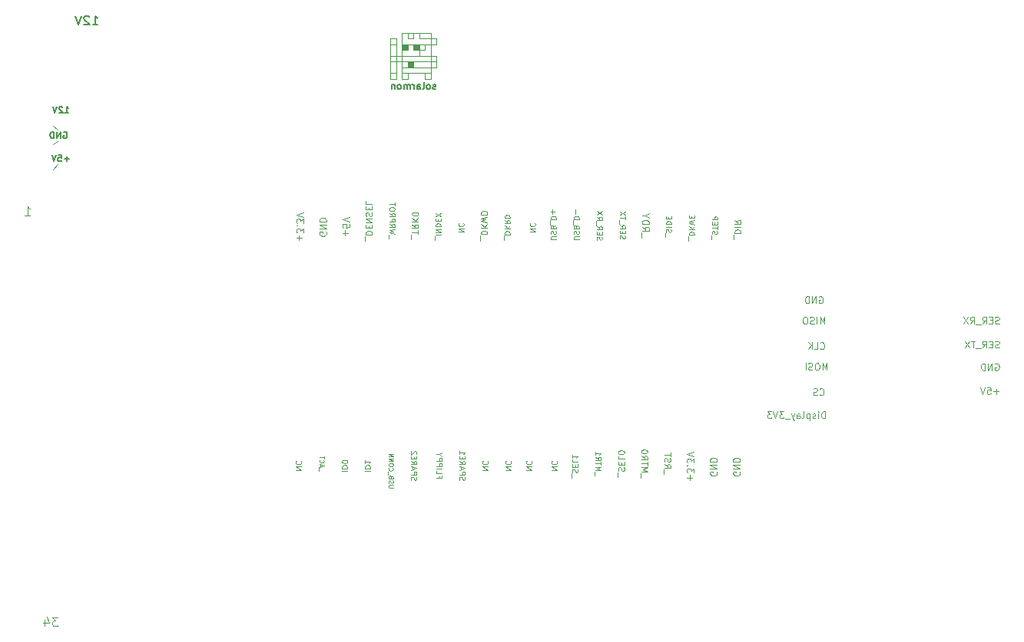
<source format=gbr>
G04 #@! TF.GenerationSoftware,KiCad,Pcbnew,(5.1.9)-1*
G04 #@! TF.CreationDate,2021-06-02T08:08:49+01:00*
G04 #@! TF.ProjectId,Greaseweazle F1 Plus Gotek,47726561-7365-4776-9561-7a6c65204631,1*
G04 #@! TF.SameCoordinates,PX6312cb0PY6bcb370*
G04 #@! TF.FileFunction,Legend,Bot*
G04 #@! TF.FilePolarity,Positive*
%FSLAX46Y46*%
G04 Gerber Fmt 4.6, Leading zero omitted, Abs format (unit mm)*
G04 Created by KiCad (PCBNEW (5.1.9)-1) date 2021-06-02 08:08:49*
%MOMM*%
%LPD*%
G01*
G04 APERTURE LIST*
%ADD10C,0.120000*%
%ADD11C,0.125000*%
%ADD12C,0.150000*%
%ADD13C,0.100000*%
G04 APERTURE END LIST*
D10*
X-2794000Y50927000D02*
X-3302000Y50546000D01*
X-2794000Y52197000D02*
X-3302000Y52578000D01*
X-2794000Y48387000D02*
X-3302000Y47752000D01*
D11*
X-2746477Y-1611380D02*
X-3365524Y-1611380D01*
X-3032191Y-1992333D01*
X-3175048Y-1992333D01*
X-3270286Y-2039952D01*
X-3317905Y-2087571D01*
X-3365524Y-2182809D01*
X-3365524Y-2420904D01*
X-3317905Y-2516142D01*
X-3270286Y-2563761D01*
X-3175048Y-2611380D01*
X-2889334Y-2611380D01*
X-2794096Y-2563761D01*
X-2746477Y-2516142D01*
X-4222667Y-1944714D02*
X-4222667Y-2611380D01*
X-3984572Y-1563761D02*
X-3746477Y-2278047D01*
X-4365524Y-2278047D01*
X-6381715Y42727620D02*
X-5810286Y42727620D01*
X-6096000Y42727620D02*
X-6096000Y43727620D01*
X-6000762Y43584762D01*
X-5905524Y43489524D01*
X-5810286Y43441905D01*
X81799114Y20336315D02*
X81799114Y21086315D01*
X81620542Y21086315D01*
X81513400Y21050600D01*
X81441971Y20979172D01*
X81406257Y20907743D01*
X81370542Y20764886D01*
X81370542Y20657743D01*
X81406257Y20514886D01*
X81441971Y20443458D01*
X81513400Y20372029D01*
X81620542Y20336315D01*
X81799114Y20336315D01*
X81049114Y20336315D02*
X81049114Y20836315D01*
X81049114Y21086315D02*
X81084828Y21050600D01*
X81049114Y21014886D01*
X81013400Y21050600D01*
X81049114Y21086315D01*
X81049114Y21014886D01*
X80727685Y20372029D02*
X80656257Y20336315D01*
X80513400Y20336315D01*
X80441971Y20372029D01*
X80406257Y20443458D01*
X80406257Y20479172D01*
X80441971Y20550600D01*
X80513400Y20586315D01*
X80620542Y20586315D01*
X80691971Y20622029D01*
X80727685Y20693458D01*
X80727685Y20729172D01*
X80691971Y20800600D01*
X80620542Y20836315D01*
X80513400Y20836315D01*
X80441971Y20800600D01*
X80084828Y20836315D02*
X80084828Y20086315D01*
X80084828Y20800600D02*
X80013400Y20836315D01*
X79870542Y20836315D01*
X79799114Y20800600D01*
X79763400Y20764886D01*
X79727685Y20693458D01*
X79727685Y20479172D01*
X79763400Y20407743D01*
X79799114Y20372029D01*
X79870542Y20336315D01*
X80013400Y20336315D01*
X80084828Y20372029D01*
X79299114Y20336315D02*
X79370542Y20372029D01*
X79406257Y20443458D01*
X79406257Y21086315D01*
X78691971Y20336315D02*
X78691971Y20729172D01*
X78727685Y20800600D01*
X78799114Y20836315D01*
X78941971Y20836315D01*
X79013400Y20800600D01*
X78691971Y20372029D02*
X78763400Y20336315D01*
X78941971Y20336315D01*
X79013400Y20372029D01*
X79049114Y20443458D01*
X79049114Y20514886D01*
X79013400Y20586315D01*
X78941971Y20622029D01*
X78763400Y20622029D01*
X78691971Y20657743D01*
X78406257Y20836315D02*
X78227685Y20336315D01*
X78049114Y20836315D02*
X78227685Y20336315D01*
X78299114Y20157743D01*
X78334828Y20122029D01*
X78406257Y20086315D01*
X77941971Y20264886D02*
X77370542Y20264886D01*
X77263400Y21086315D02*
X76799114Y21086315D01*
X77049114Y20800600D01*
X76941971Y20800600D01*
X76870542Y20764886D01*
X76834828Y20729172D01*
X76799114Y20657743D01*
X76799114Y20479172D01*
X76834828Y20407743D01*
X76870542Y20372029D01*
X76941971Y20336315D01*
X77156257Y20336315D01*
X77227685Y20372029D01*
X77263400Y20407743D01*
X76584828Y21086315D02*
X76334828Y20336315D01*
X76084828Y21086315D01*
X75906257Y21086315D02*
X75441971Y21086315D01*
X75691971Y20800600D01*
X75584828Y20800600D01*
X75513400Y20764886D01*
X75477685Y20729172D01*
X75441971Y20657743D01*
X75441971Y20479172D01*
X75477685Y20407743D01*
X75513400Y20372029D01*
X75584828Y20336315D01*
X75799114Y20336315D01*
X75870542Y20372029D01*
X75906257Y20407743D01*
X81208429Y22947743D02*
X81244143Y22912029D01*
X81351286Y22876315D01*
X81422714Y22876315D01*
X81529857Y22912029D01*
X81601286Y22983458D01*
X81637000Y23054886D01*
X81672714Y23197743D01*
X81672714Y23304886D01*
X81637000Y23447743D01*
X81601286Y23519172D01*
X81529857Y23590600D01*
X81422714Y23626315D01*
X81351286Y23626315D01*
X81244143Y23590600D01*
X81208429Y23554886D01*
X80922714Y22912029D02*
X80815571Y22876315D01*
X80637000Y22876315D01*
X80565571Y22912029D01*
X80529857Y22947743D01*
X80494143Y23019172D01*
X80494143Y23090600D01*
X80529857Y23162029D01*
X80565571Y23197743D01*
X80637000Y23233458D01*
X80779857Y23269172D01*
X80851286Y23304886D01*
X80887000Y23340600D01*
X80922714Y23412029D01*
X80922714Y23483458D01*
X80887000Y23554886D01*
X80851286Y23590600D01*
X80779857Y23626315D01*
X80601286Y23626315D01*
X80494143Y23590600D01*
X82008000Y25670315D02*
X82008000Y26420315D01*
X81758000Y25884600D01*
X81508000Y26420315D01*
X81508000Y25670315D01*
X81008000Y26420315D02*
X80865143Y26420315D01*
X80793714Y26384600D01*
X80722286Y26313172D01*
X80686571Y26170315D01*
X80686571Y25920315D01*
X80722286Y25777458D01*
X80793714Y25706029D01*
X80865143Y25670315D01*
X81008000Y25670315D01*
X81079429Y25706029D01*
X81150857Y25777458D01*
X81186571Y25920315D01*
X81186571Y26170315D01*
X81150857Y26313172D01*
X81079429Y26384600D01*
X81008000Y26420315D01*
X80400857Y25706029D02*
X80293714Y25670315D01*
X80115143Y25670315D01*
X80043714Y25706029D01*
X80008000Y25741743D01*
X79972286Y25813172D01*
X79972286Y25884600D01*
X80008000Y25956029D01*
X80043714Y25991743D01*
X80115143Y26027458D01*
X80258000Y26063172D01*
X80329429Y26098886D01*
X80365143Y26134600D01*
X80400857Y26206029D01*
X80400857Y26277458D01*
X80365143Y26348886D01*
X80329429Y26384600D01*
X80258000Y26420315D01*
X80079429Y26420315D01*
X79972286Y26384600D01*
X79650857Y25670315D02*
X79650857Y26420315D01*
X81275857Y28027743D02*
X81311571Y27992029D01*
X81418714Y27956315D01*
X81490143Y27956315D01*
X81597286Y27992029D01*
X81668714Y28063458D01*
X81704429Y28134886D01*
X81740143Y28277743D01*
X81740143Y28384886D01*
X81704429Y28527743D01*
X81668714Y28599172D01*
X81597286Y28670600D01*
X81490143Y28706315D01*
X81418714Y28706315D01*
X81311571Y28670600D01*
X81275857Y28634886D01*
X80597286Y27956315D02*
X80954429Y27956315D01*
X80954429Y28706315D01*
X80347286Y27956315D02*
X80347286Y28706315D01*
X79918714Y27956315D02*
X80240143Y28384886D01*
X79918714Y28706315D02*
X80347286Y28277743D01*
X81754000Y30750315D02*
X81754000Y31500315D01*
X81504000Y30964600D01*
X81254000Y31500315D01*
X81254000Y30750315D01*
X80896857Y30750315D02*
X80896857Y31500315D01*
X80575429Y30786029D02*
X80468286Y30750315D01*
X80289714Y30750315D01*
X80218286Y30786029D01*
X80182571Y30821743D01*
X80146857Y30893172D01*
X80146857Y30964600D01*
X80182571Y31036029D01*
X80218286Y31071743D01*
X80289714Y31107458D01*
X80432571Y31143172D01*
X80504000Y31178886D01*
X80539714Y31214600D01*
X80575429Y31286029D01*
X80575429Y31357458D01*
X80539714Y31428886D01*
X80504000Y31464600D01*
X80432571Y31500315D01*
X80254000Y31500315D01*
X80146857Y31464600D01*
X79682571Y31500315D02*
X79539714Y31500315D01*
X79468286Y31464600D01*
X79396857Y31393172D01*
X79361143Y31250315D01*
X79361143Y31000315D01*
X79396857Y30857458D01*
X79468286Y30786029D01*
X79539714Y30750315D01*
X79682571Y30750315D01*
X79754000Y30786029D01*
X79825429Y30857458D01*
X79861143Y31000315D01*
X79861143Y31250315D01*
X79825429Y31393172D01*
X79754000Y31464600D01*
X79682571Y31500315D01*
X81146857Y33750600D02*
X81218286Y33786315D01*
X81325429Y33786315D01*
X81432571Y33750600D01*
X81504000Y33679172D01*
X81539714Y33607743D01*
X81575429Y33464886D01*
X81575429Y33357743D01*
X81539714Y33214886D01*
X81504000Y33143458D01*
X81432571Y33072029D01*
X81325429Y33036315D01*
X81254000Y33036315D01*
X81146857Y33072029D01*
X81111143Y33107743D01*
X81111143Y33357743D01*
X81254000Y33357743D01*
X80789714Y33036315D02*
X80789714Y33786315D01*
X80361143Y33036315D01*
X80361143Y33786315D01*
X80004000Y33036315D02*
X80004000Y33786315D01*
X79825429Y33786315D01*
X79718286Y33750600D01*
X79646857Y33679172D01*
X79611143Y33607743D01*
X79575429Y33464886D01*
X79575429Y33357743D01*
X79611143Y33214886D01*
X79646857Y33143458D01*
X79718286Y33072029D01*
X79825429Y33036315D01*
X80004000Y33036315D01*
D12*
X1076247Y63758820D02*
X1647676Y63758820D01*
X1361961Y63758820D02*
X1361961Y64758820D01*
X1457200Y64615962D01*
X1552438Y64520724D01*
X1647676Y64473105D01*
X695295Y64663581D02*
X647676Y64711200D01*
X552438Y64758820D01*
X314342Y64758820D01*
X219104Y64711200D01*
X171485Y64663581D01*
X123866Y64568343D01*
X123866Y64473105D01*
X171485Y64330248D01*
X742914Y63758820D01*
X123866Y63758820D01*
X-161848Y64758820D02*
X-495181Y63758820D01*
X-828515Y64758820D01*
D11*
X61565285Y40298858D02*
X61565285Y40870286D01*
X61636714Y41477429D02*
X61993857Y41227429D01*
X61636714Y41048858D02*
X62386714Y41048858D01*
X62386714Y41334572D01*
X62351000Y41406000D01*
X62315285Y41441715D01*
X62243857Y41477429D01*
X62136714Y41477429D01*
X62065285Y41441715D01*
X62029571Y41406000D01*
X61993857Y41334572D01*
X61993857Y41048858D01*
X61636714Y41798858D02*
X62386714Y41798858D01*
X62386714Y41977429D01*
X62351000Y42084572D01*
X62279571Y42156000D01*
X62208142Y42191715D01*
X62065285Y42227429D01*
X61958142Y42227429D01*
X61815285Y42191715D01*
X61743857Y42156000D01*
X61672428Y42084572D01*
X61636714Y41977429D01*
X61636714Y41798858D01*
X61993857Y42691715D02*
X61636714Y42691715D01*
X62386714Y42441715D02*
X61993857Y42691715D01*
X62386714Y42941715D01*
X49258571Y40930572D02*
X49858571Y40930572D01*
X49258571Y41273429D01*
X49858571Y41273429D01*
X49315714Y41902000D02*
X49287142Y41873429D01*
X49258571Y41787715D01*
X49258571Y41730572D01*
X49287142Y41644858D01*
X49344285Y41587715D01*
X49401428Y41559143D01*
X49515714Y41530572D01*
X49601428Y41530572D01*
X49715714Y41559143D01*
X49772857Y41587715D01*
X49830000Y41644858D01*
X49858571Y41730572D01*
X49858571Y41787715D01*
X49830000Y41873429D01*
X49801428Y41902000D01*
X23477571Y14641572D02*
X24077571Y14641572D01*
X23477571Y14984429D01*
X24077571Y14984429D01*
X23534714Y15613000D02*
X23506142Y15584429D01*
X23477571Y15498715D01*
X23477571Y15441572D01*
X23506142Y15355858D01*
X23563285Y15298715D01*
X23620428Y15270143D01*
X23734714Y15241572D01*
X23820428Y15241572D01*
X23934714Y15270143D01*
X23991857Y15298715D01*
X24049000Y15355858D01*
X24077571Y15441572D01*
X24077571Y15498715D01*
X24049000Y15584429D01*
X24020428Y15613000D01*
X28557571Y14527286D02*
X29157571Y14527286D01*
X28557571Y14813000D02*
X29157571Y14813000D01*
X29157571Y14955858D01*
X29129000Y15041572D01*
X29071857Y15098715D01*
X29014714Y15127286D01*
X28900428Y15155858D01*
X28814714Y15155858D01*
X28700428Y15127286D01*
X28643285Y15098715D01*
X28586142Y15041572D01*
X28557571Y14955858D01*
X28557571Y14813000D01*
X29157571Y15527286D02*
X29157571Y15584429D01*
X29129000Y15641572D01*
X29100428Y15670143D01*
X29043285Y15698715D01*
X28929000Y15727286D01*
X28786142Y15727286D01*
X28671857Y15698715D01*
X28614714Y15670143D01*
X28586142Y15641572D01*
X28557571Y15584429D01*
X28557571Y15527286D01*
X28586142Y15470143D01*
X28614714Y15441572D01*
X28671857Y15413000D01*
X28786142Y15384429D01*
X28929000Y15384429D01*
X29043285Y15413000D01*
X29100428Y15441572D01*
X29129000Y15470143D01*
X29157571Y15527286D01*
X31097571Y14527286D02*
X31697571Y14527286D01*
X31097571Y14813000D02*
X31697571Y14813000D01*
X31697571Y14955858D01*
X31669000Y15041572D01*
X31611857Y15098715D01*
X31554714Y15127286D01*
X31440428Y15155858D01*
X31354714Y15155858D01*
X31240428Y15127286D01*
X31183285Y15098715D01*
X31126142Y15041572D01*
X31097571Y14955858D01*
X31097571Y14813000D01*
X31097571Y15727286D02*
X31097571Y15384429D01*
X31097571Y15555858D02*
X31697571Y15555858D01*
X31611857Y15498715D01*
X31554714Y15441572D01*
X31526142Y15384429D01*
X36206142Y13527286D02*
X36177571Y13613000D01*
X36177571Y13755858D01*
X36206142Y13813000D01*
X36234714Y13841572D01*
X36291857Y13870143D01*
X36349000Y13870143D01*
X36406142Y13841572D01*
X36434714Y13813000D01*
X36463285Y13755858D01*
X36491857Y13641572D01*
X36520428Y13584429D01*
X36549000Y13555858D01*
X36606142Y13527286D01*
X36663285Y13527286D01*
X36720428Y13555858D01*
X36749000Y13584429D01*
X36777571Y13641572D01*
X36777571Y13784429D01*
X36749000Y13870143D01*
X36177571Y14127286D02*
X36777571Y14127286D01*
X36777571Y14355858D01*
X36749000Y14413000D01*
X36720428Y14441572D01*
X36663285Y14470143D01*
X36577571Y14470143D01*
X36520428Y14441572D01*
X36491857Y14413000D01*
X36463285Y14355858D01*
X36463285Y14127286D01*
X36349000Y14698715D02*
X36349000Y14984429D01*
X36177571Y14641572D02*
X36777571Y14841572D01*
X36177571Y15041572D01*
X36177571Y15584429D02*
X36463285Y15384429D01*
X36177571Y15241572D02*
X36777571Y15241572D01*
X36777571Y15470143D01*
X36749000Y15527286D01*
X36720428Y15555858D01*
X36663285Y15584429D01*
X36577571Y15584429D01*
X36520428Y15555858D01*
X36491857Y15527286D01*
X36463285Y15470143D01*
X36463285Y15241572D01*
X36491857Y15841572D02*
X36491857Y16041572D01*
X36177571Y16127286D02*
X36177571Y15841572D01*
X36777571Y15841572D01*
X36777571Y16127286D01*
X36720428Y16355858D02*
X36749000Y16384429D01*
X36777571Y16441572D01*
X36777571Y16584429D01*
X36749000Y16641572D01*
X36720428Y16670143D01*
X36663285Y16698715D01*
X36606142Y16698715D01*
X36520428Y16670143D01*
X36177571Y16327286D01*
X36177571Y16698715D01*
X39285857Y13955858D02*
X39285857Y13755858D01*
X38971571Y13755858D02*
X39571571Y13755858D01*
X39571571Y14041572D01*
X38971571Y14555858D02*
X38971571Y14270143D01*
X39571571Y14270143D01*
X38971571Y14755858D02*
X39571571Y14755858D01*
X38971571Y15041572D02*
X39571571Y15041572D01*
X39571571Y15270143D01*
X39543000Y15327286D01*
X39514428Y15355858D01*
X39457285Y15384429D01*
X39371571Y15384429D01*
X39314428Y15355858D01*
X39285857Y15327286D01*
X39257285Y15270143D01*
X39257285Y15041572D01*
X38971571Y15641572D02*
X39571571Y15641572D01*
X39571571Y15870143D01*
X39543000Y15927286D01*
X39514428Y15955858D01*
X39457285Y15984429D01*
X39371571Y15984429D01*
X39314428Y15955858D01*
X39285857Y15927286D01*
X39257285Y15870143D01*
X39257285Y15641572D01*
X39257285Y16355858D02*
X38971571Y16355858D01*
X39571571Y16155858D02*
X39257285Y16355858D01*
X39571571Y16555858D01*
X41540142Y13527286D02*
X41511571Y13613000D01*
X41511571Y13755858D01*
X41540142Y13813000D01*
X41568714Y13841572D01*
X41625857Y13870143D01*
X41683000Y13870143D01*
X41740142Y13841572D01*
X41768714Y13813000D01*
X41797285Y13755858D01*
X41825857Y13641572D01*
X41854428Y13584429D01*
X41883000Y13555858D01*
X41940142Y13527286D01*
X41997285Y13527286D01*
X42054428Y13555858D01*
X42083000Y13584429D01*
X42111571Y13641572D01*
X42111571Y13784429D01*
X42083000Y13870143D01*
X41511571Y14127286D02*
X42111571Y14127286D01*
X42111571Y14355858D01*
X42083000Y14413000D01*
X42054428Y14441572D01*
X41997285Y14470143D01*
X41911571Y14470143D01*
X41854428Y14441572D01*
X41825857Y14413000D01*
X41797285Y14355858D01*
X41797285Y14127286D01*
X41683000Y14698715D02*
X41683000Y14984429D01*
X41511571Y14641572D02*
X42111571Y14841572D01*
X41511571Y15041572D01*
X41511571Y15584429D02*
X41797285Y15384429D01*
X41511571Y15241572D02*
X42111571Y15241572D01*
X42111571Y15470143D01*
X42083000Y15527286D01*
X42054428Y15555858D01*
X41997285Y15584429D01*
X41911571Y15584429D01*
X41854428Y15555858D01*
X41825857Y15527286D01*
X41797285Y15470143D01*
X41797285Y15241572D01*
X41825857Y15841572D02*
X41825857Y16041572D01*
X41511571Y16127286D02*
X41511571Y15841572D01*
X42111571Y15841572D01*
X42111571Y16127286D01*
X41511571Y16698715D02*
X41511571Y16355858D01*
X41511571Y16527286D02*
X42111571Y16527286D01*
X42025857Y16470143D01*
X41968714Y16413000D01*
X41940142Y16355858D01*
X44051571Y14641572D02*
X44651571Y14641572D01*
X44051571Y14984429D01*
X44651571Y14984429D01*
X44108714Y15613000D02*
X44080142Y15584429D01*
X44051571Y15498715D01*
X44051571Y15441572D01*
X44080142Y15355858D01*
X44137285Y15298715D01*
X44194428Y15270143D01*
X44308714Y15241572D01*
X44394428Y15241572D01*
X44508714Y15270143D01*
X44565857Y15298715D01*
X44623000Y15355858D01*
X44651571Y15441572D01*
X44651571Y15498715D01*
X44623000Y15584429D01*
X44594428Y15613000D01*
X46591571Y14641572D02*
X47191571Y14641572D01*
X46591571Y14984429D01*
X47191571Y14984429D01*
X46648714Y15613000D02*
X46620142Y15584429D01*
X46591571Y15498715D01*
X46591571Y15441572D01*
X46620142Y15355858D01*
X46677285Y15298715D01*
X46734428Y15270143D01*
X46848714Y15241572D01*
X46934428Y15241572D01*
X47048714Y15270143D01*
X47105857Y15298715D01*
X47163000Y15355858D01*
X47191571Y15441572D01*
X47191571Y15498715D01*
X47163000Y15584429D01*
X47134428Y15613000D01*
X48877571Y14641572D02*
X49477571Y14641572D01*
X48877571Y14984429D01*
X49477571Y14984429D01*
X48934714Y15613000D02*
X48906142Y15584429D01*
X48877571Y15498715D01*
X48877571Y15441572D01*
X48906142Y15355858D01*
X48963285Y15298715D01*
X49020428Y15270143D01*
X49134714Y15241572D01*
X49220428Y15241572D01*
X49334714Y15270143D01*
X49391857Y15298715D01*
X49449000Y15355858D01*
X49477571Y15441572D01*
X49477571Y15498715D01*
X49449000Y15584429D01*
X49420428Y15613000D01*
X51671571Y14641572D02*
X52271571Y14641572D01*
X51671571Y14984429D01*
X52271571Y14984429D01*
X51728714Y15613000D02*
X51700142Y15584429D01*
X51671571Y15498715D01*
X51671571Y15441572D01*
X51700142Y15355858D01*
X51757285Y15298715D01*
X51814428Y15270143D01*
X51928714Y15241572D01*
X52014428Y15241572D01*
X52128714Y15270143D01*
X52185857Y15298715D01*
X52243000Y15355858D01*
X52271571Y15441572D01*
X52271571Y15498715D01*
X52243000Y15584429D01*
X52214428Y15613000D01*
X53900428Y13798715D02*
X53900428Y14255858D01*
X53986142Y14370143D02*
X53957571Y14455858D01*
X53957571Y14598715D01*
X53986142Y14655858D01*
X54014714Y14684429D01*
X54071857Y14713000D01*
X54129000Y14713000D01*
X54186142Y14684429D01*
X54214714Y14655858D01*
X54243285Y14598715D01*
X54271857Y14484429D01*
X54300428Y14427286D01*
X54329000Y14398715D01*
X54386142Y14370143D01*
X54443285Y14370143D01*
X54500428Y14398715D01*
X54529000Y14427286D01*
X54557571Y14484429D01*
X54557571Y14627286D01*
X54529000Y14713000D01*
X54271857Y14970143D02*
X54271857Y15170143D01*
X53957571Y15255858D02*
X53957571Y14970143D01*
X54557571Y14970143D01*
X54557571Y15255858D01*
X53957571Y15798715D02*
X53957571Y15513000D01*
X54557571Y15513000D01*
X53957571Y16313000D02*
X53957571Y15970143D01*
X53957571Y16141572D02*
X54557571Y16141572D01*
X54471857Y16084429D01*
X54414714Y16027286D01*
X54386142Y15970143D01*
X100981028Y28144429D02*
X100873886Y28108715D01*
X100695314Y28108715D01*
X100623886Y28144429D01*
X100588171Y28180143D01*
X100552457Y28251572D01*
X100552457Y28323000D01*
X100588171Y28394429D01*
X100623886Y28430143D01*
X100695314Y28465858D01*
X100838171Y28501572D01*
X100909600Y28537286D01*
X100945314Y28573000D01*
X100981028Y28644429D01*
X100981028Y28715858D01*
X100945314Y28787286D01*
X100909600Y28823000D01*
X100838171Y28858715D01*
X100659600Y28858715D01*
X100552457Y28823000D01*
X100231028Y28501572D02*
X99981028Y28501572D01*
X99873886Y28108715D02*
X100231028Y28108715D01*
X100231028Y28858715D01*
X99873886Y28858715D01*
X99123886Y28108715D02*
X99373886Y28465858D01*
X99552457Y28108715D02*
X99552457Y28858715D01*
X99266743Y28858715D01*
X99195314Y28823000D01*
X99159600Y28787286D01*
X99123886Y28715858D01*
X99123886Y28608715D01*
X99159600Y28537286D01*
X99195314Y28501572D01*
X99266743Y28465858D01*
X99552457Y28465858D01*
X98981028Y28037286D02*
X98409600Y28037286D01*
X98338171Y28858715D02*
X97909600Y28858715D01*
X98123886Y28108715D02*
X98123886Y28858715D01*
X97731028Y28858715D02*
X97231028Y28108715D01*
X97231028Y28858715D02*
X97731028Y28108715D01*
X100981028Y30811429D02*
X100873885Y30775715D01*
X100695314Y30775715D01*
X100623885Y30811429D01*
X100588171Y30847143D01*
X100552457Y30918572D01*
X100552457Y30990000D01*
X100588171Y31061429D01*
X100623885Y31097143D01*
X100695314Y31132858D01*
X100838171Y31168572D01*
X100909600Y31204286D01*
X100945314Y31240000D01*
X100981028Y31311429D01*
X100981028Y31382858D01*
X100945314Y31454286D01*
X100909600Y31490000D01*
X100838171Y31525715D01*
X100659600Y31525715D01*
X100552457Y31490000D01*
X100231028Y31168572D02*
X99981028Y31168572D01*
X99873885Y30775715D02*
X100231028Y30775715D01*
X100231028Y31525715D01*
X99873885Y31525715D01*
X99123885Y30775715D02*
X99373885Y31132858D01*
X99552457Y30775715D02*
X99552457Y31525715D01*
X99266742Y31525715D01*
X99195314Y31490000D01*
X99159600Y31454286D01*
X99123885Y31382858D01*
X99123885Y31275715D01*
X99159600Y31204286D01*
X99195314Y31168572D01*
X99266742Y31132858D01*
X99552457Y31132858D01*
X98981028Y30704286D02*
X98409600Y30704286D01*
X97802457Y30775715D02*
X98052457Y31132858D01*
X98231028Y30775715D02*
X98231028Y31525715D01*
X97945314Y31525715D01*
X97873885Y31490000D01*
X97838171Y31454286D01*
X97802457Y31382858D01*
X97802457Y31275715D01*
X97838171Y31204286D01*
X97873885Y31168572D01*
X97945314Y31132858D01*
X98231028Y31132858D01*
X97552457Y31525715D02*
X97052457Y30775715D01*
X97052457Y31525715D02*
X97552457Y30775715D01*
X100552457Y26359200D02*
X100623886Y26394915D01*
X100731029Y26394915D01*
X100838171Y26359200D01*
X100909600Y26287772D01*
X100945314Y26216343D01*
X100981029Y26073486D01*
X100981029Y25966343D01*
X100945314Y25823486D01*
X100909600Y25752058D01*
X100838171Y25680629D01*
X100731029Y25644915D01*
X100659600Y25644915D01*
X100552457Y25680629D01*
X100516743Y25716343D01*
X100516743Y25966343D01*
X100659600Y25966343D01*
X100195314Y25644915D02*
X100195314Y26394915D01*
X99766743Y25644915D01*
X99766743Y26394915D01*
X99409600Y25644915D02*
X99409600Y26394915D01*
X99231029Y26394915D01*
X99123886Y26359200D01*
X99052457Y26287772D01*
X99016743Y26216343D01*
X98981029Y26073486D01*
X98981029Y25966343D01*
X99016743Y25823486D01*
X99052457Y25752058D01*
X99123886Y25680629D01*
X99231029Y25644915D01*
X99409600Y25644915D01*
X100945314Y23289029D02*
X100373886Y23289029D01*
X100659600Y23003315D02*
X100659600Y23574743D01*
X99659600Y23753315D02*
X100016743Y23753315D01*
X100052457Y23396172D01*
X100016743Y23431886D01*
X99945314Y23467600D01*
X99766743Y23467600D01*
X99695314Y23431886D01*
X99659600Y23396172D01*
X99623886Y23324743D01*
X99623886Y23146172D01*
X99659600Y23074743D01*
X99695314Y23039029D01*
X99766743Y23003315D01*
X99945314Y23003315D01*
X100016743Y23039029D01*
X100052457Y23074743D01*
X99409600Y23753315D02*
X99159600Y23003315D01*
X98909600Y23753315D01*
X56440428Y13981286D02*
X56440428Y14438429D01*
X56497571Y14581286D02*
X57097571Y14581286D01*
X56669000Y14781286D01*
X57097571Y14981286D01*
X56497571Y14981286D01*
X57097571Y15181286D02*
X57097571Y15524143D01*
X56497571Y15352715D02*
X57097571Y15352715D01*
X56497571Y16067000D02*
X56783285Y15867000D01*
X56497571Y15724143D02*
X57097571Y15724143D01*
X57097571Y15952715D01*
X57069000Y16009858D01*
X57040428Y16038429D01*
X56983285Y16067000D01*
X56897571Y16067000D01*
X56840428Y16038429D01*
X56811857Y16009858D01*
X56783285Y15952715D01*
X56783285Y15724143D01*
X56497571Y16638429D02*
X56497571Y16295572D01*
X56497571Y16467000D02*
X57097571Y16467000D01*
X57011857Y16409858D01*
X56954714Y16352715D01*
X56926142Y16295572D01*
X64005666Y14150334D02*
X64005666Y14683667D01*
X64072333Y15250334D02*
X64405666Y15017000D01*
X64072333Y14850334D02*
X64772333Y14850334D01*
X64772333Y15117000D01*
X64739000Y15183667D01*
X64705666Y15217000D01*
X64639000Y15250334D01*
X64539000Y15250334D01*
X64472333Y15217000D01*
X64439000Y15183667D01*
X64405666Y15117000D01*
X64405666Y14850334D01*
X64105666Y15517000D02*
X64072333Y15617000D01*
X64072333Y15783667D01*
X64105666Y15850334D01*
X64139000Y15883667D01*
X64205666Y15917000D01*
X64272333Y15917000D01*
X64339000Y15883667D01*
X64372333Y15850334D01*
X64405666Y15783667D01*
X64439000Y15650334D01*
X64472333Y15583667D01*
X64505666Y15550334D01*
X64572333Y15517000D01*
X64639000Y15517000D01*
X64705666Y15550334D01*
X64739000Y15583667D01*
X64772333Y15650334D01*
X64772333Y15817000D01*
X64739000Y15917000D01*
X64772333Y16117000D02*
X64772333Y16517000D01*
X64072333Y16317000D02*
X64772333Y16317000D01*
X61465666Y13750334D02*
X61465666Y14283667D01*
X61532333Y14450334D02*
X62232333Y14450334D01*
X61732333Y14683667D01*
X62232333Y14917000D01*
X61532333Y14917000D01*
X62232333Y15150334D02*
X62232333Y15550334D01*
X61532333Y15350334D02*
X62232333Y15350334D01*
X61532333Y16183667D02*
X61865666Y15950334D01*
X61532333Y15783667D02*
X62232333Y15783667D01*
X62232333Y16050334D01*
X62199000Y16117000D01*
X62165666Y16150334D01*
X62099000Y16183667D01*
X61999000Y16183667D01*
X61932333Y16150334D01*
X61899000Y16117000D01*
X61865666Y16050334D01*
X61865666Y15783667D01*
X62232333Y16617000D02*
X62232333Y16683667D01*
X62199000Y16750334D01*
X62165666Y16783667D01*
X62099000Y16817000D01*
X61965666Y16850334D01*
X61799000Y16850334D01*
X61665666Y16817000D01*
X61599000Y16783667D01*
X61565666Y16750334D01*
X61532333Y16683667D01*
X61532333Y16617000D01*
X61565666Y16550334D01*
X61599000Y16517000D01*
X61665666Y16483667D01*
X61799000Y16450334D01*
X61965666Y16450334D01*
X62099000Y16483667D01*
X62165666Y16517000D01*
X62199000Y16550334D01*
X62232333Y16617000D01*
X66875428Y13486000D02*
X66875428Y14057429D01*
X66589714Y13771715D02*
X67161142Y13771715D01*
X67339714Y14343143D02*
X67339714Y14807429D01*
X67054000Y14557429D01*
X67054000Y14664572D01*
X67018285Y14736000D01*
X66982571Y14771715D01*
X66911142Y14807429D01*
X66732571Y14807429D01*
X66661142Y14771715D01*
X66625428Y14736000D01*
X66589714Y14664572D01*
X66589714Y14450286D01*
X66625428Y14378858D01*
X66661142Y14343143D01*
X66661142Y15128858D02*
X66625428Y15164572D01*
X66589714Y15128858D01*
X66625428Y15093143D01*
X66661142Y15128858D01*
X66589714Y15128858D01*
X67339714Y15414572D02*
X67339714Y15878858D01*
X67054000Y15628858D01*
X67054000Y15736000D01*
X67018285Y15807429D01*
X66982571Y15843143D01*
X66911142Y15878858D01*
X66732571Y15878858D01*
X66661142Y15843143D01*
X66625428Y15807429D01*
X66589714Y15736000D01*
X66589714Y15521715D01*
X66625428Y15450286D01*
X66661142Y15414572D01*
X67339714Y16093143D02*
X66589714Y16343143D01*
X67339714Y16593143D01*
X34182809Y12684358D02*
X33778047Y12684358D01*
X33730428Y12708167D01*
X33706619Y12731977D01*
X33682809Y12779596D01*
X33682809Y12874834D01*
X33706619Y12922453D01*
X33730428Y12946262D01*
X33778047Y12970072D01*
X34182809Y12970072D01*
X33706619Y13184358D02*
X33682809Y13255786D01*
X33682809Y13374834D01*
X33706619Y13422453D01*
X33730428Y13446262D01*
X33778047Y13470072D01*
X33825666Y13470072D01*
X33873285Y13446262D01*
X33897095Y13422453D01*
X33920904Y13374834D01*
X33944714Y13279596D01*
X33968523Y13231977D01*
X33992333Y13208167D01*
X34039952Y13184358D01*
X34087571Y13184358D01*
X34135190Y13208167D01*
X34159000Y13231977D01*
X34182809Y13279596D01*
X34182809Y13398643D01*
X34159000Y13470072D01*
X33944714Y13851024D02*
X33920904Y13922453D01*
X33897095Y13946262D01*
X33849476Y13970072D01*
X33778047Y13970072D01*
X33730428Y13946262D01*
X33706619Y13922453D01*
X33682809Y13874834D01*
X33682809Y13684358D01*
X34182809Y13684358D01*
X34182809Y13851024D01*
X34159000Y13898643D01*
X34135190Y13922453D01*
X34087571Y13946262D01*
X34039952Y13946262D01*
X33992333Y13922453D01*
X33968523Y13898643D01*
X33944714Y13851024D01*
X33944714Y13684358D01*
X33635190Y14065310D02*
X33635190Y14446262D01*
X33730428Y14851024D02*
X33706619Y14827215D01*
X33682809Y14755786D01*
X33682809Y14708167D01*
X33706619Y14636739D01*
X33754238Y14589120D01*
X33801857Y14565310D01*
X33897095Y14541500D01*
X33968523Y14541500D01*
X34063761Y14565310D01*
X34111380Y14589120D01*
X34159000Y14636739D01*
X34182809Y14708167D01*
X34182809Y14755786D01*
X34159000Y14827215D01*
X34135190Y14851024D01*
X34182809Y15160548D02*
X34182809Y15255786D01*
X34159000Y15303405D01*
X34111380Y15351024D01*
X34016142Y15374834D01*
X33849476Y15374834D01*
X33754238Y15351024D01*
X33706619Y15303405D01*
X33682809Y15255786D01*
X33682809Y15160548D01*
X33706619Y15112929D01*
X33754238Y15065310D01*
X33849476Y15041500D01*
X34016142Y15041500D01*
X34111380Y15065310D01*
X34159000Y15112929D01*
X34182809Y15160548D01*
X33682809Y15589120D02*
X34182809Y15589120D01*
X33682809Y15874834D01*
X34182809Y15874834D01*
X33682809Y16112929D02*
X34182809Y16112929D01*
X33682809Y16398643D01*
X34182809Y16398643D01*
X58925666Y13833667D02*
X58925666Y14367000D01*
X59025666Y14500334D02*
X58992333Y14600334D01*
X58992333Y14767000D01*
X59025666Y14833667D01*
X59059000Y14867000D01*
X59125666Y14900334D01*
X59192333Y14900334D01*
X59259000Y14867000D01*
X59292333Y14833667D01*
X59325666Y14767000D01*
X59359000Y14633667D01*
X59392333Y14567000D01*
X59425666Y14533667D01*
X59492333Y14500334D01*
X59559000Y14500334D01*
X59625666Y14533667D01*
X59659000Y14567000D01*
X59692333Y14633667D01*
X59692333Y14800334D01*
X59659000Y14900334D01*
X59359000Y15200334D02*
X59359000Y15433667D01*
X58992333Y15533667D02*
X58992333Y15200334D01*
X59692333Y15200334D01*
X59692333Y15533667D01*
X58992333Y16167000D02*
X58992333Y15833667D01*
X59692333Y15833667D01*
X59692333Y16533667D02*
X59692333Y16600334D01*
X59659000Y16667000D01*
X59625666Y16700334D01*
X59559000Y16733667D01*
X59425666Y16767000D01*
X59259000Y16767000D01*
X59125666Y16733667D01*
X59059000Y16700334D01*
X59025666Y16667000D01*
X58992333Y16600334D01*
X58992333Y16533667D01*
X59025666Y16467000D01*
X59059000Y16433667D01*
X59125666Y16400334D01*
X59259000Y16367000D01*
X59425666Y16367000D01*
X59559000Y16400334D01*
X59625666Y16433667D01*
X59659000Y16467000D01*
X59692333Y16533667D01*
X69844000Y14414572D02*
X69879714Y14343143D01*
X69879714Y14236000D01*
X69844000Y14128858D01*
X69772571Y14057429D01*
X69701142Y14021715D01*
X69558285Y13986000D01*
X69451142Y13986000D01*
X69308285Y14021715D01*
X69236857Y14057429D01*
X69165428Y14128858D01*
X69129714Y14236000D01*
X69129714Y14307429D01*
X69165428Y14414572D01*
X69201142Y14450286D01*
X69451142Y14450286D01*
X69451142Y14307429D01*
X69129714Y14771715D02*
X69879714Y14771715D01*
X69129714Y15200286D01*
X69879714Y15200286D01*
X69129714Y15557429D02*
X69879714Y15557429D01*
X69879714Y15736000D01*
X69844000Y15843143D01*
X69772571Y15914572D01*
X69701142Y15950286D01*
X69558285Y15986000D01*
X69451142Y15986000D01*
X69308285Y15950286D01*
X69236857Y15914572D01*
X69165428Y15843143D01*
X69129714Y15736000D01*
X69129714Y15557429D01*
X72384000Y14414572D02*
X72419714Y14343143D01*
X72419714Y14236000D01*
X72384000Y14128858D01*
X72312571Y14057429D01*
X72241142Y14021715D01*
X72098285Y13986000D01*
X71991142Y13986000D01*
X71848285Y14021715D01*
X71776857Y14057429D01*
X71705428Y14128858D01*
X71669714Y14236000D01*
X71669714Y14307429D01*
X71705428Y14414572D01*
X71741142Y14450286D01*
X71991142Y14450286D01*
X71991142Y14307429D01*
X71669714Y14771715D02*
X72419714Y14771715D01*
X71669714Y15200286D01*
X72419714Y15200286D01*
X71669714Y15557429D02*
X72419714Y15557429D01*
X72419714Y15736000D01*
X72384000Y15843143D01*
X72312571Y15914572D01*
X72241142Y15950286D01*
X72098285Y15986000D01*
X71991142Y15986000D01*
X71848285Y15950286D01*
X71776857Y15914572D01*
X71705428Y15843143D01*
X71669714Y15736000D01*
X71669714Y15557429D01*
X26015190Y14521762D02*
X26015190Y14902715D01*
X26205666Y14997953D02*
X26205666Y15236048D01*
X26062809Y14950334D02*
X26562809Y15117000D01*
X26062809Y15283667D01*
X26110428Y15736048D02*
X26086619Y15712239D01*
X26062809Y15640810D01*
X26062809Y15593191D01*
X26086619Y15521762D01*
X26134238Y15474143D01*
X26181857Y15450334D01*
X26277095Y15426524D01*
X26348523Y15426524D01*
X26443761Y15450334D01*
X26491380Y15474143D01*
X26539000Y15521762D01*
X26562809Y15593191D01*
X26562809Y15640810D01*
X26539000Y15712239D01*
X26515190Y15736048D01*
X26562809Y15878905D02*
X26562809Y16164620D01*
X26062809Y16021762D02*
X26562809Y16021762D01*
X31112666Y39930667D02*
X31112666Y40464000D01*
X31179333Y40630667D02*
X31879333Y40630667D01*
X31879333Y40797334D01*
X31846000Y40897334D01*
X31779333Y40964000D01*
X31712666Y40997334D01*
X31579333Y41030667D01*
X31479333Y41030667D01*
X31346000Y40997334D01*
X31279333Y40964000D01*
X31212666Y40897334D01*
X31179333Y40797334D01*
X31179333Y40630667D01*
X31546000Y41330667D02*
X31546000Y41564000D01*
X31179333Y41664000D02*
X31179333Y41330667D01*
X31879333Y41330667D01*
X31879333Y41664000D01*
X31179333Y41964000D02*
X31879333Y41964000D01*
X31179333Y42364000D01*
X31879333Y42364000D01*
X31212666Y42664000D02*
X31179333Y42764000D01*
X31179333Y42930667D01*
X31212666Y42997334D01*
X31246000Y43030667D01*
X31312666Y43064000D01*
X31379333Y43064000D01*
X31446000Y43030667D01*
X31479333Y42997334D01*
X31512666Y42930667D01*
X31546000Y42797334D01*
X31579333Y42730667D01*
X31612666Y42697334D01*
X31679333Y42664000D01*
X31746000Y42664000D01*
X31812666Y42697334D01*
X31846000Y42730667D01*
X31879333Y42797334D01*
X31879333Y42964000D01*
X31846000Y43064000D01*
X31546000Y43364000D02*
X31546000Y43597334D01*
X31179333Y43697334D02*
X31179333Y43364000D01*
X31879333Y43364000D01*
X31879333Y43697334D01*
X31179333Y44330667D02*
X31179333Y43997334D01*
X31879333Y43997334D01*
X26791000Y40894072D02*
X26826714Y40822643D01*
X26826714Y40715500D01*
X26791000Y40608358D01*
X26719571Y40536929D01*
X26648142Y40501215D01*
X26505285Y40465500D01*
X26398142Y40465500D01*
X26255285Y40501215D01*
X26183857Y40536929D01*
X26112428Y40608358D01*
X26076714Y40715500D01*
X26076714Y40786929D01*
X26112428Y40894072D01*
X26148142Y40929786D01*
X26398142Y40929786D01*
X26398142Y40786929D01*
X26076714Y41251215D02*
X26826714Y41251215D01*
X26076714Y41679786D01*
X26826714Y41679786D01*
X26076714Y42036929D02*
X26826714Y42036929D01*
X26826714Y42215500D01*
X26791000Y42322643D01*
X26719571Y42394072D01*
X26648142Y42429786D01*
X26505285Y42465500D01*
X26398142Y42465500D01*
X26255285Y42429786D01*
X26183857Y42394072D01*
X26112428Y42322643D01*
X26076714Y42215500D01*
X26076714Y42036929D01*
X28902428Y40501215D02*
X28902428Y41072643D01*
X28616714Y40786929D02*
X29188142Y40786929D01*
X29366714Y41786929D02*
X29366714Y41429786D01*
X29009571Y41394072D01*
X29045285Y41429786D01*
X29081000Y41501215D01*
X29081000Y41679786D01*
X29045285Y41751215D01*
X29009571Y41786929D01*
X28938142Y41822643D01*
X28759571Y41822643D01*
X28688142Y41786929D01*
X28652428Y41751215D01*
X28616714Y41679786D01*
X28616714Y41501215D01*
X28652428Y41429786D01*
X28688142Y41394072D01*
X29366714Y42036929D02*
X28616714Y42286929D01*
X29366714Y42536929D01*
X59193142Y40170286D02*
X59164571Y40256000D01*
X59164571Y40398858D01*
X59193142Y40456000D01*
X59221714Y40484572D01*
X59278857Y40513143D01*
X59336000Y40513143D01*
X59393142Y40484572D01*
X59421714Y40456000D01*
X59450285Y40398858D01*
X59478857Y40284572D01*
X59507428Y40227429D01*
X59536000Y40198858D01*
X59593142Y40170286D01*
X59650285Y40170286D01*
X59707428Y40198858D01*
X59736000Y40227429D01*
X59764571Y40284572D01*
X59764571Y40427429D01*
X59736000Y40513143D01*
X59478857Y40770286D02*
X59478857Y40970286D01*
X59164571Y41056000D02*
X59164571Y40770286D01*
X59764571Y40770286D01*
X59764571Y41056000D01*
X59164571Y41656000D02*
X59450285Y41456000D01*
X59164571Y41313143D02*
X59764571Y41313143D01*
X59764571Y41541715D01*
X59736000Y41598858D01*
X59707428Y41627429D01*
X59650285Y41656000D01*
X59564571Y41656000D01*
X59507428Y41627429D01*
X59478857Y41598858D01*
X59450285Y41541715D01*
X59450285Y41313143D01*
X59107428Y41770286D02*
X59107428Y42227429D01*
X59764571Y42284572D02*
X59764571Y42627429D01*
X59164571Y42456000D02*
X59764571Y42456000D01*
X59764571Y42770286D02*
X59164571Y43170286D01*
X59764571Y43170286D02*
X59164571Y42770286D01*
X46407428Y40036929D02*
X46407428Y40494072D01*
X46464571Y40636929D02*
X47064571Y40636929D01*
X47064571Y40779786D01*
X47036000Y40865500D01*
X46978857Y40922643D01*
X46921714Y40951215D01*
X46807428Y40979786D01*
X46721714Y40979786D01*
X46607428Y40951215D01*
X46550285Y40922643D01*
X46493142Y40865500D01*
X46464571Y40779786D01*
X46464571Y40636929D01*
X46464571Y41236929D02*
X47064571Y41236929D01*
X46464571Y41579786D02*
X46807428Y41322643D01*
X47064571Y41579786D02*
X46721714Y41236929D01*
X46464571Y42179786D02*
X46750285Y41979786D01*
X46464571Y41836929D02*
X47064571Y41836929D01*
X47064571Y42065500D01*
X47036000Y42122643D01*
X47007428Y42151215D01*
X46950285Y42179786D01*
X46864571Y42179786D01*
X46807428Y42151215D01*
X46778857Y42122643D01*
X46750285Y42065500D01*
X46750285Y41836929D01*
X46464571Y42436929D02*
X47064571Y42436929D01*
X47064571Y42579786D01*
X47036000Y42665500D01*
X46978857Y42722643D01*
X46921714Y42751215D01*
X46807428Y42779786D01*
X46721714Y42779786D01*
X46607428Y42751215D01*
X46550285Y42722643D01*
X46493142Y42665500D01*
X46464571Y42579786D01*
X46464571Y42436929D01*
X69267428Y40087715D02*
X69267428Y40544858D01*
X69353142Y40659143D02*
X69324571Y40744858D01*
X69324571Y40887715D01*
X69353142Y40944858D01*
X69381714Y40973429D01*
X69438857Y41002000D01*
X69496000Y41002000D01*
X69553142Y40973429D01*
X69581714Y40944858D01*
X69610285Y40887715D01*
X69638857Y40773429D01*
X69667428Y40716286D01*
X69696000Y40687715D01*
X69753142Y40659143D01*
X69810285Y40659143D01*
X69867428Y40687715D01*
X69896000Y40716286D01*
X69924571Y40773429D01*
X69924571Y40916286D01*
X69896000Y41002000D01*
X69924571Y41173429D02*
X69924571Y41516286D01*
X69324571Y41344858D02*
X69924571Y41344858D01*
X69638857Y41716286D02*
X69638857Y41916286D01*
X69324571Y42002000D02*
X69324571Y41716286D01*
X69924571Y41716286D01*
X69924571Y42002000D01*
X69324571Y42259143D02*
X69924571Y42259143D01*
X69924571Y42487715D01*
X69896000Y42544858D01*
X69867428Y42573429D01*
X69810285Y42602000D01*
X69724571Y42602000D01*
X69667428Y42573429D01*
X69638857Y42544858D01*
X69610285Y42487715D01*
X69610285Y42259143D01*
X52144571Y40062358D02*
X51658857Y40062358D01*
X51601714Y40090929D01*
X51573142Y40119500D01*
X51544571Y40176643D01*
X51544571Y40290929D01*
X51573142Y40348072D01*
X51601714Y40376643D01*
X51658857Y40405215D01*
X52144571Y40405215D01*
X51573142Y40662358D02*
X51544571Y40748072D01*
X51544571Y40890929D01*
X51573142Y40948072D01*
X51601714Y40976643D01*
X51658857Y41005215D01*
X51716000Y41005215D01*
X51773142Y40976643D01*
X51801714Y40948072D01*
X51830285Y40890929D01*
X51858857Y40776643D01*
X51887428Y40719500D01*
X51916000Y40690929D01*
X51973142Y40662358D01*
X52030285Y40662358D01*
X52087428Y40690929D01*
X52116000Y40719500D01*
X52144571Y40776643D01*
X52144571Y40919500D01*
X52116000Y41005215D01*
X51858857Y41462358D02*
X51830285Y41548072D01*
X51801714Y41576643D01*
X51744571Y41605215D01*
X51658857Y41605215D01*
X51601714Y41576643D01*
X51573142Y41548072D01*
X51544571Y41490929D01*
X51544571Y41262358D01*
X52144571Y41262358D01*
X52144571Y41462358D01*
X52116000Y41519500D01*
X52087428Y41548072D01*
X52030285Y41576643D01*
X51973142Y41576643D01*
X51916000Y41548072D01*
X51887428Y41519500D01*
X51858857Y41462358D01*
X51858857Y41262358D01*
X51487428Y41719500D02*
X51487428Y42176643D01*
X51544571Y42319500D02*
X52144571Y42319500D01*
X52144571Y42462358D01*
X52116000Y42548072D01*
X52058857Y42605215D01*
X52001714Y42633786D01*
X51887428Y42662358D01*
X51801714Y42662358D01*
X51687428Y42633786D01*
X51630285Y42605215D01*
X51573142Y42548072D01*
X51544571Y42462358D01*
X51544571Y42319500D01*
X51773142Y42919500D02*
X51773142Y43376643D01*
X51544571Y43148072D02*
X52001714Y43148072D01*
X71752666Y40078167D02*
X71752666Y40611500D01*
X71819333Y40778167D02*
X72519333Y40778167D01*
X72519333Y40944834D01*
X72486000Y41044834D01*
X72419333Y41111500D01*
X72352666Y41144834D01*
X72219333Y41178167D01*
X72119333Y41178167D01*
X71986000Y41144834D01*
X71919333Y41111500D01*
X71852666Y41044834D01*
X71819333Y40944834D01*
X71819333Y40778167D01*
X71819333Y41478167D02*
X72519333Y41478167D01*
X71819333Y42211500D02*
X72152666Y41978167D01*
X71819333Y41811500D02*
X72519333Y41811500D01*
X72519333Y42078167D01*
X72486000Y42144834D01*
X72452666Y42178167D01*
X72386000Y42211500D01*
X72286000Y42211500D01*
X72219333Y42178167D01*
X72186000Y42144834D01*
X72152666Y42078167D01*
X72152666Y41811500D01*
X64187428Y40300429D02*
X64187428Y40757572D01*
X64273142Y40871858D02*
X64244571Y40957572D01*
X64244571Y41100429D01*
X64273142Y41157572D01*
X64301714Y41186143D01*
X64358857Y41214715D01*
X64416000Y41214715D01*
X64473142Y41186143D01*
X64501714Y41157572D01*
X64530285Y41100429D01*
X64558857Y40986143D01*
X64587428Y40929000D01*
X64616000Y40900429D01*
X64673142Y40871858D01*
X64730285Y40871858D01*
X64787428Y40900429D01*
X64816000Y40929000D01*
X64844571Y40986143D01*
X64844571Y41129000D01*
X64816000Y41214715D01*
X64244571Y41471858D02*
X64844571Y41471858D01*
X64244571Y41757572D02*
X64844571Y41757572D01*
X64844571Y41900429D01*
X64816000Y41986143D01*
X64758857Y42043286D01*
X64701714Y42071858D01*
X64587428Y42100429D01*
X64501714Y42100429D01*
X64387428Y42071858D01*
X64330285Y42043286D01*
X64273142Y41986143D01*
X64244571Y41900429D01*
X64244571Y41757572D01*
X64558857Y42357572D02*
X64558857Y42557572D01*
X64244571Y42643286D02*
X64244571Y42357572D01*
X64844571Y42357572D01*
X64844571Y42643286D01*
X56653142Y40035358D02*
X56624571Y40121072D01*
X56624571Y40263929D01*
X56653142Y40321072D01*
X56681714Y40349643D01*
X56738857Y40378215D01*
X56796000Y40378215D01*
X56853142Y40349643D01*
X56881714Y40321072D01*
X56910285Y40263929D01*
X56938857Y40149643D01*
X56967428Y40092500D01*
X56996000Y40063929D01*
X57053142Y40035358D01*
X57110285Y40035358D01*
X57167428Y40063929D01*
X57196000Y40092500D01*
X57224571Y40149643D01*
X57224571Y40292500D01*
X57196000Y40378215D01*
X56938857Y40635358D02*
X56938857Y40835358D01*
X56624571Y40921072D02*
X56624571Y40635358D01*
X57224571Y40635358D01*
X57224571Y40921072D01*
X56624571Y41521072D02*
X56910285Y41321072D01*
X56624571Y41178215D02*
X57224571Y41178215D01*
X57224571Y41406786D01*
X57196000Y41463929D01*
X57167428Y41492500D01*
X57110285Y41521072D01*
X57024571Y41521072D01*
X56967428Y41492500D01*
X56938857Y41463929D01*
X56910285Y41406786D01*
X56910285Y41178215D01*
X56567428Y41635358D02*
X56567428Y42092500D01*
X56624571Y42578215D02*
X56910285Y42378215D01*
X56624571Y42235358D02*
X57224571Y42235358D01*
X57224571Y42463929D01*
X57196000Y42521072D01*
X57167428Y42549643D01*
X57110285Y42578215D01*
X57024571Y42578215D01*
X56967428Y42549643D01*
X56938857Y42521072D01*
X56910285Y42463929D01*
X56910285Y42235358D01*
X57224571Y42778215D02*
X56624571Y43178215D01*
X57224571Y43178215D02*
X56624571Y42778215D01*
X54684571Y40062358D02*
X54198857Y40062358D01*
X54141714Y40090929D01*
X54113142Y40119500D01*
X54084571Y40176643D01*
X54084571Y40290929D01*
X54113142Y40348072D01*
X54141714Y40376643D01*
X54198857Y40405215D01*
X54684571Y40405215D01*
X54113142Y40662358D02*
X54084571Y40748072D01*
X54084571Y40890929D01*
X54113142Y40948072D01*
X54141714Y40976643D01*
X54198857Y41005215D01*
X54256000Y41005215D01*
X54313142Y40976643D01*
X54341714Y40948072D01*
X54370285Y40890929D01*
X54398857Y40776643D01*
X54427428Y40719500D01*
X54456000Y40690929D01*
X54513142Y40662358D01*
X54570285Y40662358D01*
X54627428Y40690929D01*
X54656000Y40719500D01*
X54684571Y40776643D01*
X54684571Y40919500D01*
X54656000Y41005215D01*
X54398857Y41462358D02*
X54370285Y41548072D01*
X54341714Y41576643D01*
X54284571Y41605215D01*
X54198857Y41605215D01*
X54141714Y41576643D01*
X54113142Y41548072D01*
X54084571Y41490929D01*
X54084571Y41262358D01*
X54684571Y41262358D01*
X54684571Y41462358D01*
X54656000Y41519500D01*
X54627428Y41548072D01*
X54570285Y41576643D01*
X54513142Y41576643D01*
X54456000Y41548072D01*
X54427428Y41519500D01*
X54398857Y41462358D01*
X54398857Y41262358D01*
X54027428Y41719500D02*
X54027428Y42176643D01*
X54084571Y42319500D02*
X54684571Y42319500D01*
X54684571Y42462358D01*
X54656000Y42548072D01*
X54598857Y42605215D01*
X54541714Y42633786D01*
X54427428Y42662358D01*
X54341714Y42662358D01*
X54227428Y42633786D01*
X54170285Y42605215D01*
X54113142Y42548072D01*
X54084571Y42462358D01*
X54084571Y42319500D01*
X54313142Y42919500D02*
X54313142Y43376643D01*
X66727428Y39959143D02*
X66727428Y40416286D01*
X66784571Y40559143D02*
X67384571Y40559143D01*
X67384571Y40702000D01*
X67356000Y40787715D01*
X67298857Y40844858D01*
X67241714Y40873429D01*
X67127428Y40902000D01*
X67041714Y40902000D01*
X66927428Y40873429D01*
X66870285Y40844858D01*
X66813142Y40787715D01*
X66784571Y40702000D01*
X66784571Y40559143D01*
X66784571Y41159143D02*
X67384571Y41159143D01*
X66784571Y41502000D02*
X67127428Y41244858D01*
X67384571Y41502000D02*
X67041714Y41159143D01*
X67384571Y41702000D02*
X66784571Y41844858D01*
X67213142Y41959143D01*
X66784571Y42073429D01*
X67384571Y42216286D01*
X67098857Y42444858D02*
X67098857Y42644858D01*
X66784571Y42730572D02*
X66784571Y42444858D01*
X67384571Y42444858D01*
X67384571Y42730572D01*
X33707428Y40149715D02*
X33707428Y40606858D01*
X34364571Y40692572D02*
X33764571Y40835429D01*
X34193142Y40949715D01*
X33764571Y41064000D01*
X34364571Y41206858D01*
X33764571Y41778286D02*
X34050285Y41578286D01*
X33764571Y41435429D02*
X34364571Y41435429D01*
X34364571Y41664000D01*
X34336000Y41721143D01*
X34307428Y41749715D01*
X34250285Y41778286D01*
X34164571Y41778286D01*
X34107428Y41749715D01*
X34078857Y41721143D01*
X34050285Y41664000D01*
X34050285Y41435429D01*
X33764571Y42035429D02*
X34364571Y42035429D01*
X34364571Y42264000D01*
X34336000Y42321143D01*
X34307428Y42349715D01*
X34250285Y42378286D01*
X34164571Y42378286D01*
X34107428Y42349715D01*
X34078857Y42321143D01*
X34050285Y42264000D01*
X34050285Y42035429D01*
X33764571Y42978286D02*
X34050285Y42778286D01*
X33764571Y42635429D02*
X34364571Y42635429D01*
X34364571Y42864000D01*
X34336000Y42921143D01*
X34307428Y42949715D01*
X34250285Y42978286D01*
X34164571Y42978286D01*
X34107428Y42949715D01*
X34078857Y42921143D01*
X34050285Y42864000D01*
X34050285Y42635429D01*
X34364571Y43349715D02*
X34364571Y43464000D01*
X34336000Y43521143D01*
X34278857Y43578286D01*
X34164571Y43606858D01*
X33964571Y43606858D01*
X33850285Y43578286D01*
X33793142Y43521143D01*
X33764571Y43464000D01*
X33764571Y43349715D01*
X33793142Y43292572D01*
X33850285Y43235429D01*
X33964571Y43206858D01*
X34164571Y43206858D01*
X34278857Y43235429D01*
X34336000Y43292572D01*
X34364571Y43349715D01*
X34364571Y43778286D02*
X34364571Y44121143D01*
X33764571Y43949715D02*
X34364571Y43949715D01*
X43812666Y39939334D02*
X43812666Y40472667D01*
X43879333Y40639334D02*
X44579333Y40639334D01*
X44579333Y40806000D01*
X44546000Y40906000D01*
X44479333Y40972667D01*
X44412666Y41006000D01*
X44279333Y41039334D01*
X44179333Y41039334D01*
X44046000Y41006000D01*
X43979333Y40972667D01*
X43912666Y40906000D01*
X43879333Y40806000D01*
X43879333Y40639334D01*
X43879333Y41339334D02*
X44579333Y41339334D01*
X43879333Y41739334D02*
X44279333Y41439334D01*
X44579333Y41739334D02*
X44179333Y41339334D01*
X44579333Y41972667D02*
X43879333Y42139334D01*
X44379333Y42272667D01*
X43879333Y42406000D01*
X44579333Y42572667D01*
X43879333Y42839334D02*
X44579333Y42839334D01*
X44579333Y43006000D01*
X44546000Y43106000D01*
X44479333Y43172667D01*
X44412666Y43206000D01*
X44279333Y43239334D01*
X44179333Y43239334D01*
X44046000Y43206000D01*
X43979333Y43172667D01*
X43912666Y43106000D01*
X43879333Y43006000D01*
X43879333Y42839334D01*
X41384571Y40930572D02*
X41984571Y40930572D01*
X41384571Y41273429D01*
X41984571Y41273429D01*
X41441714Y41902000D02*
X41413142Y41873429D01*
X41384571Y41787715D01*
X41384571Y41730572D01*
X41413142Y41644858D01*
X41470285Y41587715D01*
X41527428Y41559143D01*
X41641714Y41530572D01*
X41727428Y41530572D01*
X41841714Y41559143D01*
X41898857Y41587715D01*
X41956000Y41644858D01*
X41984571Y41730572D01*
X41984571Y41787715D01*
X41956000Y41873429D01*
X41927428Y41902000D01*
X38787428Y39986143D02*
X38787428Y40443286D01*
X38844571Y40586143D02*
X39444571Y40586143D01*
X38844571Y40871858D02*
X39444571Y40871858D01*
X38844571Y41214715D01*
X39444571Y41214715D01*
X38844571Y41500429D02*
X39444571Y41500429D01*
X39444571Y41643286D01*
X39416000Y41729000D01*
X39358857Y41786143D01*
X39301714Y41814715D01*
X39187428Y41843286D01*
X39101714Y41843286D01*
X38987428Y41814715D01*
X38930285Y41786143D01*
X38873142Y41729000D01*
X38844571Y41643286D01*
X38844571Y41500429D01*
X39158857Y42100429D02*
X39158857Y42300429D01*
X38844571Y42386143D02*
X38844571Y42100429D01*
X39444571Y42100429D01*
X39444571Y42386143D01*
X39444571Y42586143D02*
X38844571Y42986143D01*
X39444571Y42986143D02*
X38844571Y42586143D01*
X36192666Y40089334D02*
X36192666Y40622667D01*
X36959333Y40689334D02*
X36959333Y41089334D01*
X36259333Y40889334D02*
X36959333Y40889334D01*
X36259333Y41722667D02*
X36592666Y41489334D01*
X36259333Y41322667D02*
X36959333Y41322667D01*
X36959333Y41589334D01*
X36926000Y41656000D01*
X36892666Y41689334D01*
X36826000Y41722667D01*
X36726000Y41722667D01*
X36659333Y41689334D01*
X36626000Y41656000D01*
X36592666Y41589334D01*
X36592666Y41322667D01*
X36259333Y42022667D02*
X36959333Y42022667D01*
X36259333Y42422667D02*
X36659333Y42122667D01*
X36959333Y42422667D02*
X36559333Y42022667D01*
X36959333Y42856000D02*
X36959333Y42922667D01*
X36926000Y42989334D01*
X36892666Y43022667D01*
X36826000Y43056000D01*
X36692666Y43089334D01*
X36526000Y43089334D01*
X36392666Y43056000D01*
X36326000Y43022667D01*
X36292666Y42989334D01*
X36259333Y42922667D01*
X36259333Y42856000D01*
X36292666Y42789334D01*
X36326000Y42756000D01*
X36392666Y42722667D01*
X36526000Y42689334D01*
X36692666Y42689334D01*
X36826000Y42722667D01*
X36892666Y42756000D01*
X36926000Y42789334D01*
X36959333Y42856000D01*
X23822428Y39965500D02*
X23822428Y40536929D01*
X23536714Y40251215D02*
X24108142Y40251215D01*
X24286714Y40822643D02*
X24286714Y41286929D01*
X24001000Y41036929D01*
X24001000Y41144072D01*
X23965285Y41215500D01*
X23929571Y41251215D01*
X23858142Y41286929D01*
X23679571Y41286929D01*
X23608142Y41251215D01*
X23572428Y41215500D01*
X23536714Y41144072D01*
X23536714Y40929786D01*
X23572428Y40858358D01*
X23608142Y40822643D01*
X23608142Y41608358D02*
X23572428Y41644072D01*
X23536714Y41608358D01*
X23572428Y41572643D01*
X23608142Y41608358D01*
X23536714Y41608358D01*
X24286714Y41894072D02*
X24286714Y42358358D01*
X24001000Y42108358D01*
X24001000Y42215500D01*
X23965285Y42286929D01*
X23929571Y42322643D01*
X23858142Y42358358D01*
X23679571Y42358358D01*
X23608142Y42322643D01*
X23572428Y42286929D01*
X23536714Y42215500D01*
X23536714Y42001215D01*
X23572428Y41929786D01*
X23608142Y41894072D01*
X24286714Y42572643D02*
X23536714Y42822643D01*
X24286714Y43072643D01*
D12*
X-1513000Y48972000D02*
X-2046334Y48972000D01*
X-1779667Y48705334D02*
X-1779667Y49238667D01*
X-2713000Y49405334D02*
X-2379667Y49405334D01*
X-2346334Y49072000D01*
X-2379667Y49105334D01*
X-2446334Y49138667D01*
X-2613000Y49138667D01*
X-2679667Y49105334D01*
X-2713000Y49072000D01*
X-2746334Y49005334D01*
X-2746334Y48838667D01*
X-2713000Y48772000D01*
X-2679667Y48738667D01*
X-2613000Y48705334D01*
X-2446334Y48705334D01*
X-2379667Y48738667D01*
X-2346334Y48772000D01*
X-2946334Y49405334D02*
X-3179667Y48705334D01*
X-3413000Y49405334D01*
X-2133667Y51912000D02*
X-2067000Y51945334D01*
X-1967000Y51945334D01*
X-1867000Y51912000D01*
X-1800334Y51845334D01*
X-1767000Y51778667D01*
X-1733667Y51645334D01*
X-1733667Y51545334D01*
X-1767000Y51412000D01*
X-1800334Y51345334D01*
X-1867000Y51278667D01*
X-1967000Y51245334D01*
X-2033667Y51245334D01*
X-2133667Y51278667D01*
X-2167000Y51312000D01*
X-2167000Y51545334D01*
X-2033667Y51545334D01*
X-2467000Y51245334D02*
X-2467000Y51945334D01*
X-2867000Y51245334D01*
X-2867000Y51945334D01*
X-3200334Y51245334D02*
X-3200334Y51945334D01*
X-3367000Y51945334D01*
X-3467000Y51912000D01*
X-3533667Y51845334D01*
X-3567000Y51778667D01*
X-3600334Y51645334D01*
X-3600334Y51545334D01*
X-3567000Y51412000D01*
X-3533667Y51345334D01*
X-3467000Y51278667D01*
X-3367000Y51245334D01*
X-3200334Y51245334D01*
X-1979667Y54039334D02*
X-1579667Y54039334D01*
X-1779667Y54039334D02*
X-1779667Y54739334D01*
X-1713000Y54639334D01*
X-1646334Y54572667D01*
X-1579667Y54539334D01*
X-2246334Y54672667D02*
X-2279667Y54706000D01*
X-2346334Y54739334D01*
X-2513000Y54739334D01*
X-2579667Y54706000D01*
X-2613000Y54672667D01*
X-2646334Y54606000D01*
X-2646334Y54539334D01*
X-2613000Y54439334D01*
X-2213000Y54039334D01*
X-2646334Y54039334D01*
X-2846334Y54739334D02*
X-3079667Y54039334D01*
X-3313000Y54739334D01*
D13*
X38989000Y62230000D02*
X37084000Y62230000D01*
X38354000Y62865000D02*
X38354000Y57785000D01*
X35179000Y61595000D02*
X38989000Y61595000D01*
X38989000Y61595000D02*
X38989000Y62230000D01*
X38354000Y62865000D02*
X35179000Y62865000D01*
X37084000Y62865000D02*
X37084000Y62230000D01*
X36449000Y62865000D02*
X36449000Y62230000D01*
X36449000Y62230000D02*
X35814000Y62230000D01*
X35814000Y62865000D02*
X35814000Y62230000D01*
X35179000Y62865000D02*
X35179000Y57785000D01*
X37719000Y61595000D02*
X37719000Y60960000D01*
X37719000Y60960000D02*
X36449000Y60960000D01*
X37084000Y61595000D02*
X37084000Y60325000D01*
X36449000Y61595000D02*
X36449000Y60960000D01*
X35814000Y61595000D02*
X35814000Y60960000D01*
X38989000Y60325000D02*
X33909000Y60325000D01*
X38989000Y59055000D02*
X38989000Y60325000D01*
X38989000Y59690000D02*
X33909000Y59690000D01*
X38989000Y59055000D02*
X35179000Y59055000D01*
X38354000Y58420000D02*
X35179000Y58420000D01*
X37719000Y58420000D02*
X37719000Y57785000D01*
X35814000Y58420000D02*
X35814000Y57785000D01*
X38354000Y57785000D02*
X37719000Y57785000D01*
X35814000Y57785000D02*
X35179000Y57785000D01*
X34544000Y57785000D02*
X33909000Y57785000D01*
X34544000Y62230000D02*
X34544000Y57785000D01*
X33909000Y62230000D02*
X33909000Y57785000D01*
X34544000Y62230000D02*
X33909000Y62230000D01*
X34544000Y61595000D02*
X33909000Y61595000D01*
X34544000Y58420000D02*
X33909000Y58420000D01*
X36449000Y59690000D02*
X36449000Y59055000D01*
X35814000Y59690000D02*
X35814000Y59055000D01*
G36*
X36449000Y60960000D02*
G01*
X37084000Y60960000D01*
X37084000Y61595000D01*
X36449000Y61595000D01*
X36449000Y60960000D01*
G37*
X36449000Y60960000D02*
X37084000Y60960000D01*
X37084000Y61595000D01*
X36449000Y61595000D01*
X36449000Y60960000D01*
G36*
X35179000Y60960000D02*
G01*
X35814000Y60960000D01*
X35814000Y61595000D01*
X35179000Y61595000D01*
X35179000Y60960000D01*
G37*
X35179000Y60960000D02*
X35814000Y60960000D01*
X35814000Y61595000D01*
X35179000Y61595000D01*
X35179000Y60960000D01*
G36*
X35814000Y59055000D02*
G01*
X36449000Y59055000D01*
X36449000Y59690000D01*
X35814000Y59690000D01*
X35814000Y59055000D01*
G37*
X35814000Y59055000D02*
X36449000Y59055000D01*
X36449000Y59690000D01*
X35814000Y59690000D01*
X35814000Y59055000D01*
X35814000Y60960000D02*
X35179000Y60960000D01*
D12*
X38895428Y56719429D02*
X38824000Y56683715D01*
X38681142Y56683715D01*
X38609714Y56719429D01*
X38574000Y56790858D01*
X38574000Y56826572D01*
X38609714Y56898000D01*
X38681142Y56933715D01*
X38788285Y56933715D01*
X38859714Y56969429D01*
X38895428Y57040858D01*
X38895428Y57076572D01*
X38859714Y57148000D01*
X38788285Y57183715D01*
X38681142Y57183715D01*
X38609714Y57148000D01*
X38145428Y56683715D02*
X38216857Y56719429D01*
X38252571Y56755143D01*
X38288285Y56826572D01*
X38288285Y57040858D01*
X38252571Y57112286D01*
X38216857Y57148000D01*
X38145428Y57183715D01*
X38038285Y57183715D01*
X37966857Y57148000D01*
X37931142Y57112286D01*
X37895428Y57040858D01*
X37895428Y56826572D01*
X37931142Y56755143D01*
X37966857Y56719429D01*
X38038285Y56683715D01*
X38145428Y56683715D01*
X37466857Y56683715D02*
X37538285Y56719429D01*
X37574000Y56790858D01*
X37574000Y57433715D01*
X36859714Y56683715D02*
X36859714Y57076572D01*
X36895428Y57148000D01*
X36966857Y57183715D01*
X37109714Y57183715D01*
X37181142Y57148000D01*
X36859714Y56719429D02*
X36931142Y56683715D01*
X37109714Y56683715D01*
X37181142Y56719429D01*
X37216857Y56790858D01*
X37216857Y56862286D01*
X37181142Y56933715D01*
X37109714Y56969429D01*
X36931142Y56969429D01*
X36859714Y57005143D01*
X36502571Y56683715D02*
X36502571Y57183715D01*
X36502571Y57040858D02*
X36466857Y57112286D01*
X36431142Y57148000D01*
X36359714Y57183715D01*
X36288285Y57183715D01*
X36038285Y56683715D02*
X36038285Y57183715D01*
X36038285Y57112286D02*
X36002571Y57148000D01*
X35931142Y57183715D01*
X35824000Y57183715D01*
X35752571Y57148000D01*
X35716857Y57076572D01*
X35716857Y56683715D01*
X35716857Y57076572D02*
X35681142Y57148000D01*
X35609714Y57183715D01*
X35502571Y57183715D01*
X35431142Y57148000D01*
X35395428Y57076572D01*
X35395428Y56683715D01*
X34931142Y56683715D02*
X35002571Y56719429D01*
X35038285Y56755143D01*
X35074000Y56826572D01*
X35074000Y57040858D01*
X35038285Y57112286D01*
X35002571Y57148000D01*
X34931142Y57183715D01*
X34824000Y57183715D01*
X34752571Y57148000D01*
X34716857Y57112286D01*
X34681142Y57040858D01*
X34681142Y56826572D01*
X34716857Y56755143D01*
X34752571Y56719429D01*
X34824000Y56683715D01*
X34931142Y56683715D01*
X34359714Y57183715D02*
X34359714Y56683715D01*
X34359714Y57112286D02*
X34324000Y57148000D01*
X34252571Y57183715D01*
X34145428Y57183715D01*
X34074000Y57148000D01*
X34038285Y57076572D01*
X34038285Y56683715D01*
M02*

</source>
